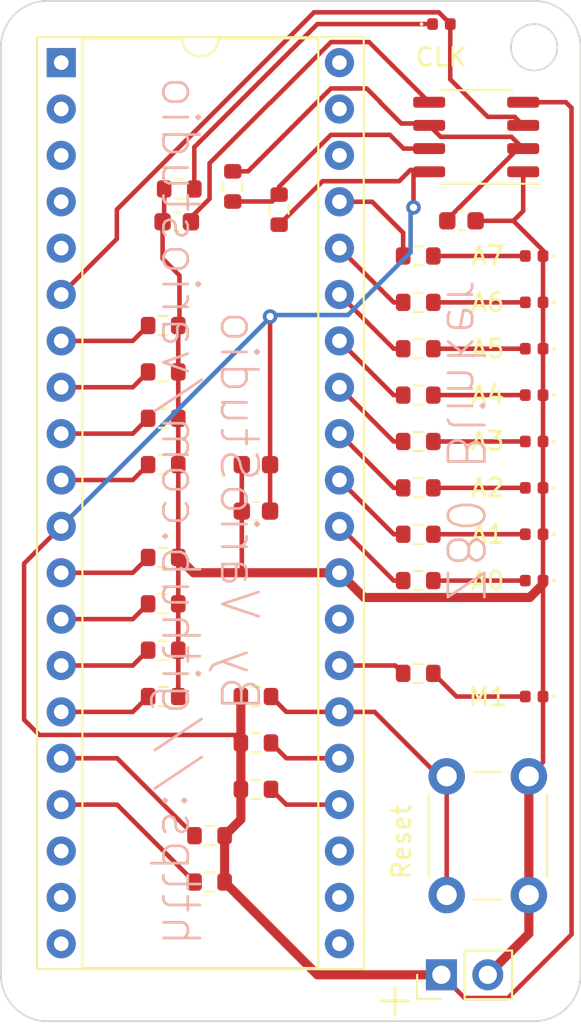
<source format=kicad_pcb>
(kicad_pcb (version 20211014) (generator pcbnew)
  (layers (0 "F.Cu" signal) (31 "B.Cu" signal) (34 "B.Paste" user) (35 "F.Paste" user) (36 "B.SilkS" user "B.Silkscreen") (37 "F.SilkS" user "F.Silkscreen") (38 "B.Mask" user) (39 "F.Mask" user) (44 "Edge.Cuts" user))
  (net 0 "")
  (net 1 "Net-(C1-Pad1)")
  (net 2 "Net-(D1-Pad2)")
  (net 3 "Net-(D3-Pad2)")
  (net 4 "Net-(D7-Pad2)")
  (net 5 "Net-(D2-Pad2)")
  (net 6 "Net-(D11-Pad2)")
  (net 7 "Net-(R1-Pad2)")
  (net 8 "Net-(D8-Pad2)")
  (net 9 "Net-(D4-Pad2)")
  (net 10 "Net-(R4-Pad1)")
  (net 11 "Net-(D5-Pad2)")
  (net 12 "Net-(R5-Pad1)")
  (net 13 "Net-(D6-Pad2)")
  (net 14 "Net-(R6-Pad1)")
  (net 15 "Net-(R7-Pad1)")
  (net 16 "Net-(C2-Pad1)")
  (net 17 "Net-(R3-Pad2)")
  (net 18 "Net-(R12-Pad2)")
  (net 19 "Net-(R13-Pad2)")
  (net 25 "Net-(R14-Pad2)")
  (net 26 "Net-(R15-Pad2)")
  (net 34 "Net-(R8-Pad1)")
  (net 38 "Net-(R16-Pad1)")
  (net 39 "Net-(R17-Pad1)")
  (net 40 "Net-(R18-Pad1)")
  (net 41 "Net-(R19-Pad1)")
  (net 42 "Net-(R20-Pad1)")
  (net 43 "Net-(R21-Pad1)")
  (net 44 "Net-(R22-Pad1)")
  (net 45 "Net-(R23-Pad1)")
  (net 46 "Net-(R9-Pad1)")
  (net 47 "Net-(R10-Pad1)")
  (net 48 "Net-(R11-Pad1)")
  (net 49 "Net-(R24-Pad1)")
  (net 50 "Net-(D10-Pad1)")
  (net 51 "Net-(D10-Pad2)")
  (net 52 "GND")
  (net 53 "VCC")
  (footprint "Resistor_SMD:R_0603_1608Metric" (layer "F.Cu") (at 123.19 63.5 -90)
    (fp_text reference "R1" hide)
    (fp_text value "47K" hide)
    (fp_line (start -0.237258 0.5225) (end 0.237258 0.5225) (layer "F.SilkS") (width 0.12))
    (fp_line (start -0.237258 -0.5225) (end 0.237258 -0.5225) (layer "F.SilkS") (width 0.12))
    (pad "1" smd roundrect (at -0.825 0 270) (size 0.8 0.95) (layers "F.Cu" "F.Paste" "F.Mask") (net 1 "Net-(C1-Pad1)"))
    (pad "2" smd roundrect (at 0.825 0 270) (size 0.8 0.95) (layers "F.Cu" "F.Paste" "F.Mask") (net 7 "Net-(R1-Pad2)"))
  )
  (footprint "Resistor_SMD:R_0603_1608Metric" (layer "F.Cu") (at 119.38 86.36)
    (fp_text reference "R16" hide)
    (fp_text value "1K" hide)
    (fp_line (start -0.237258 -0.5225) (end 0.237258 -0.5225) (layer "F.SilkS") (width 0.12))
    (fp_line (start -0.237258 0.5225) (end 0.237258 0.5225) (layer "F.SilkS") (width 0.12))
    (pad "1" smd roundrect (at -0.825 0) (size 0.8 0.95) (layers "F.Cu" "F.Paste" "F.Mask") (net 38 "Net-(R16-Pad1)"))
    (pad "2" smd roundrect (at 0.825 0) (size 0.8 0.95) (layers "F.Cu" "F.Paste" "F.Mask") (net 52 "GND"))
  )
  (footprint "Resistor_SMD:R_0603_1608Metric" (layer "F.Cu") (at 121.92 101.6 180)
    (fp_text reference "R12" hide)
    (fp_text value "1K" hide)
    (fp_line (start -0.237258 -0.5225) (end 0.237258 -0.5225) (layer "F.SilkS") (width 0.12))
    (fp_line (start -0.237258 0.5225) (end 0.237258 0.5225) (layer "F.SilkS") (width 0.12))
    (pad "1" smd roundrect (at -0.825 0 180) (size 0.8 0.95) (layers "F.Cu" "F.Paste" "F.Mask") (net 53 "VCC"))
    (pad "2" smd roundrect (at 0.825 0 180) (size 0.8 0.95) (layers "F.Cu" "F.Paste" "F.Mask") (net 18 "Net-(R12-Pad2)"))
  )
  (footprint "LED_SMD:LED_0402_1005Metric" (layer "F.Cu") (at 139.7 80.01 180)
    (fp_text reference "D2" hide)
    (fp_text value "LED" hide)
    (fp_circle (center -1.09 0) (end -1.04 0) (layer "F.SilkS") (width 0.1) (fill none))
    (pad "1" smd roundrect (at -0.485 0 180) (size 0.59 0.64) (layers "F.Cu" "F.Paste" "F.Mask") (net 52 "GND"))
    (pad "2" smd roundrect (at 0.485 0 180) (size 0.59 0.64) (layers "F.Cu" "F.Paste" "F.Mask") (net 5 "Net-(D2-Pad2)"))
  )
  (footprint "Resistor_SMD:R_0603_1608Metric" (layer "F.Cu") (at 119.38 76.2)
    (fp_text reference "R18" hide)
    (fp_text value "1K" hide)
    (fp_line (start -0.237258 0.5225) (end 0.237258 0.5225) (layer "F.SilkS") (width 0.12))
    (fp_line (start -0.237258 -0.5225) (end 0.237258 -0.5225) (layer "F.SilkS") (width 0.12))
    (pad "1" smd roundrect (at -0.825 0) (size 0.8 0.95) (layers "F.Cu" "F.Paste" "F.Mask") (net 40 "Net-(R18-Pad1)"))
    (pad "2" smd roundrect (at 0.825 0) (size 0.8 0.95) (layers "F.Cu" "F.Paste" "F.Mask") (net 52 "GND"))
  )
  (footprint "Button_Switch_THT:SW_PUSH_6mm" (layer "F.Cu") (at 139.41 95.81 -90)
    (fp_text reference "SW1" hide)
    (fp_text value "Reset" hide)
    (fp_line (start 5.5 -1) (end 1 -1) (layer "F.SilkS") (width 0.12))
    (fp_line (start -0.25 1.5) (end -0.25 3) (layer "F.SilkS") (width 0.12))
    (fp_line (start 6.75 3) (end 6.75 1.5) (layer "F.SilkS") (width 0.12))
    (fp_line (start 1 5.5) (end 5.5 5.5) (layer "F.SilkS") (width 0.12))
    (pad "1" thru_hole circle (at 6.5 0) (size 2 2) (drill 1.1) (layers *.Cu *.Mask) (net 52 "GND"))
    (pad "1" thru_hole circle (at 0 0) (size 2 2) (drill 1.1) (layers *.Cu *.Mask) (net 52 "GND"))
    (pad "2" thru_hole circle (at 6.5 4.5) (size 2 2) (drill 1.1) (layers *.Cu *.Mask) (net 17 "Net-(R3-Pad2)"))
    (pad "2" thru_hole circle (at 0 4.5) (size 2 2) (drill 1.1) (layers *.Cu *.Mask) (net 17 "Net-(R3-Pad2)"))
  )
  (footprint "LED_SMD:LED_0402_1005Metric" (layer "F.Cu") (at 139.7 72.39 180)
    (fp_text reference "D7" hide)
    (fp_text value "LED" hide)
    (fp_circle (center -1.09 0) (end -1.04 0) (layer "F.SilkS") (width 0.1) (fill none))
    (pad "1" smd roundrect (at -0.485 0 180) (size 0.59 0.64) (layers "F.Cu" "F.Paste" "F.Mask") (net 52 "GND"))
    (pad "2" smd roundrect (at 0.485 0 180) (size 0.59 0.64) (layers "F.Cu" "F.Paste" "F.Mask") (net 4 "Net-(D7-Pad2)"))
  )
  (footprint "Capacitor_SMD:C_0603_1608Metric" (layer "F.Cu") (at 124.46 78.74 180)
    (fp_text reference "C3" hide)
    (fp_text value "0.1uF" hide)
    (fp_line (start -0.14058 0.51) (end 0.14058 0.51) (layer "F.SilkS") (width 0.12))
    (fp_line (start -0.14058 -0.51) (end 0.14058 -0.51) (layer "F.SilkS") (width 0.12))
    (pad "1" smd roundrect (at -0.775 0 180) (size 0.9 0.95) (layers "F.Cu" "F.Paste" "F.Mask") (net 53 "VCC"))
    (pad "2" smd roundrect (at 0.775 0 180) (size 0.9 0.95) (layers "F.Cu" "F.Paste" "F.Mask") (net 52 "GND"))
  )
  (footprint "Resistor_SMD:R_0603_1608Metric" (layer "F.Cu") (at 133.35 85.09)
    (fp_text reference "R4" hide)
    (fp_text value "4.7K" hide)
    (fp_line (start -0.237258 0.5225) (end 0.237258 0.5225) (layer "F.SilkS") (width 0.12))
    (fp_line (start -0.237258 -0.5225) (end 0.237258 -0.5225) (layer "F.SilkS") (width 0.12))
    (pad "1" smd roundrect (at -0.825 0) (size 0.8 0.95) (layers "F.Cu" "F.Paste" "F.Mask") (net 10 "Net-(R4-Pad1)"))
    (pad "2" smd roundrect (at 0.825 0) (size 0.8 0.95) (layers "F.Cu" "F.Paste" "F.Mask") (net 2 "Net-(D1-Pad2)"))
  )
  (footprint "Resistor_SMD:R_0603_1608Metric" (layer "F.Cu") (at 119.38 78.74)
    (fp_text reference "R17" hide)
    (fp_text value "1K" hide)
    (fp_line (start -0.237258 -0.5225) (end 0.237258 -0.5225) (layer "F.SilkS") (width 0.12))
    (fp_line (start -0.237258 0.5225) (end 0.237258 0.5225) (layer "F.SilkS") (width 0.12))
    (pad "1" smd roundrect (at -0.825 0) (size 0.8 0.95) (layers "F.Cu" "F.Paste" "F.Mask") (net 39 "Net-(R17-Pad1)"))
    (pad "2" smd roundrect (at 0.825 0) (size 0.8 0.95) (layers "F.Cu" "F.Paste" "F.Mask") (net 52 "GND"))
  )
  (footprint "Connector_PinHeader_2.54mm:PinHeader_1x02_P2.54mm_Vertical" (layer "F.Cu") (at 134.62 106.68 90)
    (fp_text reference "J1" hide)
    (fp_text value "Conn_01x02_Male" hide)
    (fp_line (start 1.33 1.27) (end 1.33 3.87) (layer "F.SilkS") (width 0.12))
    (fp_line (start -1.33 3.87) (end 1.33 3.87) (layer "F.SilkS") (width 0.12))
    (fp_line (start -1.33 1.27) (end 1.33 1.27) (layer "F.SilkS") (width 0.12))
    (fp_line (start -1.33 1.27) (end -1.33 3.87) (layer "F.SilkS") (width 0.12))
    (fp_line (start -1.33 -1.33) (end 0 -1.33) (layer "F.SilkS") (width 0.12))
    (fp_line (start -1.33 0) (end -1.33 -1.33) (layer "F.SilkS") (width 0.12))
    (pad "1" thru_hole rect (at 0 0 90) (size 1.7 1.7) (drill 1) (layers *.Cu *.Mask) (net 53 "VCC"))
    (pad "2" thru_hole oval (at 0 2.54 90) (size 1.7 1.7) (drill 1) (layers *.Cu *.Mask) (net 52 "GND"))
  )
  (footprint "LED_SMD:LED_0402_1005Metric" (layer "F.Cu") (at 139.7 85.09 180)
    (fp_text reference "D1" hide)
    (fp_text value "LED" hide)
    (fp_circle (center -1.09 0) (end -1.04 0) (layer "F.SilkS") (width 0.1) (fill none))
    (pad "1" smd roundrect (at -0.485 0 180) (size 0.59 0.64) (layers "F.Cu" "F.Paste" "F.Mask") (net 52 "GND"))
    (pad "2" smd roundrect (at 0.485 0 180) (size 0.59 0.64) (layers "F.Cu" "F.Paste" "F.Mask") (net 2 "Net-(D1-Pad2)"))
  )
  (footprint "Resistor_SMD:R_0603_1608Metric" (layer "F.Cu") (at 133.35 69.85)
    (fp_text reference "R7" hide)
    (fp_text value "4.7K" hide)
    (fp_line (start -0.237258 -0.5225) (end 0.237258 -0.5225) (layer "F.SilkS") (width 0.12))
    (fp_line (start -0.237258 0.5225) (end 0.237258 0.5225) (layer "F.SilkS") (width 0.12))
    (pad "1" smd roundrect (at -0.825 0) (size 0.8 0.95) (layers "F.Cu" "F.Paste" "F.Mask") (net 15 "Net-(R7-Pad1)"))
    (pad "2" smd roundrect (at 0.825 0) (size 0.8 0.95) (layers "F.Cu" "F.Paste" "F.Mask") (net 9 "Net-(D4-Pad2)"))
  )
  (footprint "Resistor_SMD:R_0603_1608Metric" (layer "F.Cu") (at 133.35 80.01)
    (fp_text reference "R5" hide)
    (fp_text value "4.7K" hide)
    (fp_line (start -0.237258 0.5225) (end 0.237258 0.5225) (layer "F.SilkS") (width 0.12))
    (fp_line (start -0.237258 -0.5225) (end 0.237258 -0.5225) (layer "F.SilkS") (width 0.12))
    (pad "1" smd roundrect (at -0.825 0) (size 0.8 0.95) (layers "F.Cu" "F.Paste" "F.Mask") (net 12 "Net-(R5-Pad1)"))
    (pad "2" smd roundrect (at 0.825 0) (size 0.8 0.95) (layers "F.Cu" "F.Paste" "F.Mask") (net 5 "Net-(D2-Pad2)"))
  )
  (footprint "Resistor_SMD:R_0603_1608Metric" (layer "F.Cu") (at 133.35 82.55)
    (fp_text reference "R8" hide)
    (fp_text value "4.7K" hide)
    (fp_line (start -0.237258 0.5225) (end 0.237258 0.5225) (layer "F.SilkS") (width 0.12))
    (fp_line (start -0.237258 -0.5225) (end 0.237258 -0.5225) (layer "F.SilkS") (width 0.12))
    (pad "1" smd roundrect (at -0.825 0) (size 0.8 0.95) (layers "F.Cu" "F.Paste" "F.Mask") (net 34 "Net-(R8-Pad1)"))
    (pad "2" smd roundrect (at 0.825 0) (size 0.8 0.95) (layers "F.Cu" "F.Paste" "F.Mask") (net 11 "Net-(D5-Pad2)"))
  )
  (footprint "Resistor_SMD:R_0603_1608Metric" (layer "F.Cu") (at 124.46 96.52)
    (fp_text reference "R14" hide)
    (fp_text value "1K" hide)
    (fp_line (start -0.237258 0.5225) (end 0.237258 0.5225) (layer "F.SilkS") (width 0.12))
    (fp_line (start -0.237258 -0.5225) (end 0.237258 -0.5225) (layer "F.SilkS") (width 0.12))
    (pad "1" smd roundrect (at -0.825 0) (size 0.8 0.95) (layers "F.Cu" "F.Paste" "F.Mask") (net 53 "VCC"))
    (pad "2" smd roundrect (at 0.825 0) (size 0.8 0.95) (layers "F.Cu" "F.Paste" "F.Mask") (net 25 "Net-(R14-Pad2)"))
  )
  (footprint "Resistor_SMD:R_0603_1608Metric" (layer "F.Cu") (at 120.258411 63.639116 180)
    (fp_text reference "R25" hide)
    (fp_text value "4.7K" hide)
    (fp_line (start -0.237258 0.5225) (end 0.237258 0.5225) (layer "F.SilkS") (width 0.12))
    (fp_line (start -0.237258 -0.5225) (end 0.237258 -0.5225) (layer "F.SilkS") (width 0.12))
    (pad "1" smd roundrect (at -0.825 0 180) (size 0.8 0.95) (layers "F.Cu" "F.Paste" "F.Mask") (net 50 "Net-(D10-Pad1)"))
    (pad "2" smd roundrect (at 0.825 0 180) (size 0.8 0.95) (layers "F.Cu" "F.Paste" "F.Mask") (net 52 "GND"))
  )
  (footprint "Resistor_SMD:R_0603_1608Metric" (layer "F.Cu") (at 119.38 83.82)
    (fp_text reference "R21" hide)
    (fp_text value "1K" hide)
    (fp_line (start -0.237258 -0.5225) (end 0.237258 -0.5225) (layer "F.SilkS") (width 0.12))
    (fp_line (start -0.237258 0.5225) (end 0.237258 0.5225) (layer "F.SilkS") (width 0.12))
    (pad "1" smd roundrect (at -0.825 0) (size 0.8 0.95) (layers "F.Cu" "F.Paste" "F.Mask") (net 43 "Net-(R21-Pad1)"))
    (pad "2" smd roundrect (at 0.825 0) (size 0.8 0.95) (layers "F.Cu" "F.Paste" "F.Mask") (net 52 "GND"))
  )
  (footprint "LED_SMD:LED_0402_1005Metric" (layer "F.Cu") (at 139.7 82.55 180)
    (fp_text reference "D5" hide)
    (fp_text value "LED" hide)
    (fp_circle (center -1.09 0) (end -1.04 0) (layer "F.SilkS") (width 0.1) (fill none))
    (pad "1" smd roundrect (at -0.485 0 180) (size 0.59 0.64) (layers "F.Cu" "F.Paste" "F.Mask") (net 52 "GND"))
    (pad "2" smd roundrect (at 0.485 0 180) (size 0.59 0.64) (layers "F.Cu" "F.Paste" "F.Mask") (net 11 "Net-(D5-Pad2)"))
  )
  (footprint "LED_SMD:LED_0402_1005Metric" (layer "F.Cu") (at 139.7 74.93 180)
    (fp_text reference "D3" hide)
    (fp_text value "LED" hide)
    (fp_circle (center -1.09 0) (end -1.04 0) (layer "F.SilkS") (width 0.1) (fill none))
    (pad "1" smd roundrect (at -0.485 0 180) (size 0.59 0.64) (layers "F.Cu" "F.Paste" "F.Mask") (net 52 "GND"))
    (pad "2" smd roundrect (at 0.485 0 180) (size 0.59 0.64) (layers "F.Cu" "F.Paste" "F.Mask") (net 3 "Net-(D3-Pad2)"))
  )
  (footprint "Capacitor_SMD:C_0603_1608Metric" (layer "F.Cu") (at 124.46 81.28 180)
    (fp_text reference "C5" hide)
    (fp_text value "10nF" hide)
    (fp_line (start -0.14058 0.51) (end 0.14058 0.51) (layer "F.SilkS") (width 0.12))
    (fp_line (start -0.14058 -0.51) (end 0.14058 -0.51) (layer "F.SilkS") (width 0.12))
    (pad "1" smd roundrect (at -0.775 0 180) (size 0.9 0.95) (layers "F.Cu" "F.Paste" "F.Mask") (net 53 "VCC"))
    (pad "2" smd roundrect (at 0.775 0 180) (size 0.9 0.95) (layers "F.Cu" "F.Paste" "F.Mask") (net 52 "GND"))
  )
  (footprint "Capacitor_SMD:C_0603_1608Metric" (layer "F.Cu") (at 135.717149 65.383883)
    (fp_text reference "C1" hide)
    (fp_text value "4.7uF" hide)
    (fp_line (start -0.14058 0.51) (end 0.14058 0.51) (layer "F.SilkS") (width 0.12))
    (fp_line (start -0.14058 -0.51) (end 0.14058 -0.51) (layer "F.SilkS") (width 0.12))
    (pad "1" smd roundrect (at -0.775 0) (size 0.9 0.95) (layers "F.Cu" "F.Paste" "F.Mask") (net 1 "Net-(C1-Pad1)"))
    (pad "2" smd roundrect (at 0.775 0) (size 0.9 0.95) (layers "F.Cu" "F.Paste" "F.Mask") (net 52 "GND"))
  )
  (footprint "LED_SMD:LED_0402_1005Metric" (layer "F.Cu") (at 139.7 77.47 180)
    (fp_text reference "D6" hide)
    (fp_text value "LED" hide)
    (fp_circle (center -1.09 0) (end -1.04 0) (layer "F.SilkS") (width 0.1) (fill none))
    (pad "1" smd roundrect (at -0.485 0 180) (size 0.59 0.64) (layers "F.Cu" "F.Paste" "F.Mask") (net 52 "GND"))
    (pad "2" smd roundrect (at 0.485 0 180) (size 0.59 0.64) (layers "F.Cu" "F.Paste" "F.Mask") (net 13 "Net-(D6-Pad2)"))
  )
  (footprint "Resistor_SMD:R_0603_1608Metric" (layer "F.Cu") (at 124.46 91.44)
    (fp_text reference "R3" hide)
    (fp_text value "1K" hide)
    (fp_line (start -0.237258 -0.5225) (end 0.237258 -0.5225) (layer "F.SilkS") (width 0.12))
    (fp_line (start -0.237258 0.5225) (end 0.237258 0.5225) (layer "F.SilkS") (width 0.12))
    (pad "1" smd roundrect (at -0.825 0) (size 0.8 0.95) (layers "F.Cu" "F.Paste" "F.Mask") (net 53 "VCC"))
    (pad "2" smd roundrect (at 0.825 0) (size 0.8 0.95) (layers "F.Cu" "F.Paste" "F.Mask") (net 17 "Net-(R3-Pad2)"))
  )
  (footprint "Package_DIP:DIP-40_W15.24mm_Socket" (layer "F.Cu") (at 113.794759 56.72)
    (fp_text reference "U2" hide)
    (fp_text value "Z80CPU")
    (fp_line (start -1.33 -1.39) (end -1.33 49.65) (layer "F.SilkS") (width 0.12))
    (fp_line (start -1.33 49.65) (end 16.57 49.65) (layer "F.SilkS") (width 0.12))
    (fp_line (start 14.08 -1.33) (end 8.62 -1.33) (layer "F.SilkS") (width 0.12))
    (fp_line (start 16.57 -1.39) (end -1.33 -1.39) (layer "F.SilkS") (width 0.12))
    (fp_line (start 6.62 -1.33) (end 1.16 -1.33) (layer "F.SilkS") (width 0.12))
    (fp_line (start 14.08 49.59) (end 14.08 -1.33) (layer "F.SilkS") (width 0.12))
    (fp_line (start 16.57 49.65) (end 16.57 -1.39) (layer "F.SilkS") (width 0.12))
    (fp_line (start 1.16 -1.33) (end 1.16 49.59) (layer "F.SilkS") (width 0.12))
    (fp_line (start 1.16 49.59) (end 14.08 49.59) (layer "F.SilkS") (width 0.12))
    (fp_arc (start 8.62 -1.33) (mid 7.62 -0.33) (end 6.62 -1.33) (layer "F.SilkS") (width 0.12))
    (pad "1" thru_hole rect (at 0 0) (size 1.6 1.6) (drill 0.8) (layers *.Cu *.Mask))
    (pad "2" thru_hole oval (at 0 2.54) (size 1.6 1.6) (drill 0.8) (layers *.Cu *.Mask))
    (pad "3" thru_hole oval (at 0 5.08) (size 1.6 1.6) (drill 0.8) (layers *.Cu *.Mask))
    (pad "4" thru_hole oval (at 0 7.62) (size 1.6 1.6) (drill 0.8) (layers *.Cu *.Mask))
    (pad "5" thru_hole oval (at 0 10.16) (size 1.6 1.6) (drill 0.8) (layers *.Cu *.Mask))
    (pad "6" thru_hole oval (at 0 12.7) (size 1.6 1.6) (drill 0.8) (layers *.Cu *.Mask) (net 51 "Net-(D10-Pad2)"))
    (pad "7" thru_hole oval (at 0 15.24) (size 1.6 1.6) (drill 0.8) (layers *.Cu *.Mask) (net 41 "Net-(R19-Pad1)"))
    (pad "8" thru_hole oval (at 0 17.78) (size 1.6 1.6) (drill 0.8) (layers *.Cu *.Mask) (net 42 "Net-(R20-Pad1)"))
    (pad "9" thru_hole oval (at 0 20.32) (size 1.6 1.6) (drill 0.8) (layers *.Cu *.Mask) (net 40 "Net-(R18-Pad1)"))
    (pad "10" thru_hole oval (at 0 22.86) (size 1.6 1.6) (drill 0.8) (layers *.Cu *.Mask) (net 39 "Net-(R17-Pad1)"))
    (pad "11" thru_hole oval (at 0 25.4) (size 1.6 1.6) (drill 0.8) (layers *.Cu *.Mask) (net 53 "VCC"))
    (pad "12" thru_hole oval (at 0 27.94) (size 1.6 1.6) (drill 0.8) (layers *.Cu *.Mask) (net 43 "Net-(R21-Pad1)"))
    (pad "13" thru_hole oval (at 0 30.48) (size 1.6 1.6) (drill 0.8) (layers *.Cu *.Mask) (net 38 "Net-(R16-Pad1)"))
    (pad "14" thru_hole oval (at 0 33.02) (size 1.6 1.6) (drill 0.8) (layers *.Cu *.Mask) (net 45 "Net-(R23-Pad1)"))
    (pad "15" thru_hole oval (at 0 35.56) (size 1.6 1.6) (drill 0.8) (layers *.Cu *.Mask) (net 44 "Net-(R22-Pad1)"))
    (pad "16" thru_hole oval (at 0 38.1) (size 1.6 1.6) (drill 0.8) (layers *.Cu *.Mask) (net 19 "Net-(R13-Pad2)"))
    (pad "17" thru_hole oval (at 0 40.64) (size 1.6 1.6) (drill 0.8) (layers *.Cu *.Mask) (net 18 "Net-(R12-Pad2)"))
    (pad "18" thru_hole oval (at 0 43.18) (size 1.6 1.6) (drill 0.8) (layers *.Cu *.Mask))
    (pad "19" thru_hole oval (at 0 45.72) (size 1.6 1.6) (drill 0.8) (layers *.Cu *.Mask))
    (pad "20" thru_hole oval (at 0 48.26) (size 1.6 1.6) (drill 0.8) (layers *.Cu *.Mask))
    (pad "21" thru_hole oval (at 15.24 48.26) (size 1.6 1.6) (drill 0.8) (layers *.Cu *.Mask))
    (pad "22" thru_hole oval (at 15.24 45.72) (size 1.6 1.6) (drill 0.8) (layers *.Cu *.Mask))
    (pad "23" thru_hole oval (at 15.24 43.18) (size 1.6 1.6) (drill 0.8) (layers *.Cu *.Mask))
    (pad "24" thru_hole oval (at 15.24 40.64) (size 1.6 1.6) (drill 0.8) (layers *.Cu *.Mask) (net 25 "Net-(R14-Pad2)"))
    (pad "25" thru_hole oval (at 15.24 38.1) (size 1.6 1.6) (drill 0.8) (layers *.Cu *.Mask) (net 26 "Net-(R15-Pad2)"))
    (pad "26" thru_hole oval (at 15.24 35.56) (size 1.6 1.6) (drill 0.8) (layers *.Cu *.Mask) (net 17 "Net-(R3-Pad2)"))
    (pad "27" thru_hole oval (at 15.24 33.02) (size 1.6 1.6) (drill 0.8) (layers *.Cu *.Mask) (net 48 "Net-(R11-Pad1)"))
    (pad "28" thru_hole oval (at 15.24 30.48) (size 1.6 1.6) (drill 0.8) (layers *.Cu *.Mask))
    (pad "29" thru_hole oval (at 15.24 27.94) (size 1.6 1.6) (drill 0.8) (layers *.Cu *.Mask) (net 52 "GND"))
    (pad "30" thru_hole oval (at 15.24 25.4) (size 1.6 1.6) (drill 0.8) (layers *.Cu *.Mask) (net 10 "Net-(R4-Pad1)"))
    (pad "31" thru_hole oval (at 15.24 22.86) (size 1.6 1.6) (drill 0.8) (layers *.Cu *.Mask) (net 34 "Net-(R8-Pad1)"))
    (pad "32" thru_hole oval (at 15.24 20.32) (size 1.6 1.6) (drill 0.8) (layers *.Cu *.Mask) (net 12 "Net-(R5-Pad1)"))
    (pad "33" thru_hole oval (at 15.24 17.78) (size 1.6 1.6) (drill 0.8) (layers *.Cu *.Mask) (net 46 "Net-(R9-Pad1)"))
    (pad "34" thru_hole oval (at 15.24 15.24) (size 1.6 1.6) (drill 0.8) (layers *.Cu *.Mask) (net 14 "Net-(R6-Pad1)"))
    (pad "35" thru_hole oval (at 15.24 12.7) (size 1.6 1.6) (drill 0.8) (layers *.Cu *.Mask) (net 47 "Net-(R10-Pad1)"))
    (pad "36" thru_hole oval (at 15.24 10.16) (size 1.6 1.6) (drill 0.8) (layers *.Cu *.Mask) (net 15 "Net-(R7-Pad1)"))
    (pad "37" thru_hole oval (at 15.24 7.62) (size 1.6 1.6) (drill 0.8) (layers *.Cu *.Mask) (net 49 "Net-(R24-Pad1)"))
    (pad "38" thru_hole oval (at 15.24 5.08) (size 1.6 1.6) (drill 0.8) (layers *.Cu *.Mask))
    (pad "39" thru_hole oval (at 15.24 2.54) (size 1.6 1.6) (drill 0.8) (layers *.Cu *.Mask))
    (pad "40" thru_hole oval (at 15.24 0) (size 1.6 1.6) (drill 0.8) (layers *.Cu *.Mask))
  )
  (footprint "Resistor_SMD:R_0603_1608Metric" (layer "F.Cu") (at 133.35 67.31)
    (fp_text reference "R24" hide)
    (fp_text value "4.7K" hide)
    (fp_line (start -0.237258 -0.5225) (end 0.237258 -0.5225) (layer "F.SilkS") (width 0.12))
    (fp_line (start -0.237258 0.5225) (end 0.237258 0.5225) (layer "F.SilkS") (width 0.12))
    (pad "1" smd roundrect (at -0.825 0) (size 0.8 0.95) (layers "F.Cu" "F.Paste" "F.Mask") (net 49 "Net-(R24-Pad1)"))
    (pad "2" smd roundrect (at 0.825 0) (size 0.8 0.95) (layers "F.Cu" "F.Paste" "F.Mask") (net 8 "Net-(D8-Pad2)"))
  )
  (footprint "LED_SMD:LED_0402_1005Metric" (layer "F.Cu") (at 139.7 91.44 180)
    (fp_text reference "D11" hide)
    (fp_text value "LED" hide)
    (fp_circle (center -1.09 0) (end -1.04 0) (layer "F.SilkS") (width 0.1) (fill none))
    (pad "1" smd roundrect (at -0.485 0 180) (size 0.59 0.64) (layers "F.Cu" "F.Paste" "F.Mask") (net 52 "GND"))
    (pad "2" smd roundrect (at 0.485 0 180) (size 0.59 0.64) (layers "F.Cu" "F.Paste" "F.Mask") (net 6 "Net-(D11-Pad2)"))
  )
  (footprint "LED_SMD:LED_0402_1005Metric" (layer "F.Cu") (at 139.7 67.31 180)
    (fp_text reference "D8" hide)
    (fp_text value "LED" hide)
    (fp_circle (center -1.09 0) (end -1.04 0) (layer "F.SilkS") (width 0.1) (fill none))
    (pad "1" smd roundrect (at -0.485 0 180) (size 0.59 0.64) (layers "F.Cu" "F.Paste" "F.Mask") (net 52 "GND"))
    (pad "2" smd roundrect (at 0.485 0 180) (size 0.59 0.64) (layers "F.Cu" "F.Paste" "F.Mask") (net 8 "Net-(D8-Pad2)"))
  )
  (footprint "LED_SMD:LED_0402_1005Metric" (layer "F.Cu") (at 134.62 54.61)
    (fp_text reference "D10" hide)
    (fp_text value "LED" hide)
    (fp_circle (center -1.09 0) (end -1.04 0) (layer "F.SilkS") (width 0.1) (fill none))
    (pad "1" smd roundrect (at -0.485 0) (size 0.59 0.64) (layers "F.Cu" "F.Paste" "F.Mask") (net 50 "Net-(D10-Pad1)"))
    (pad "2" smd roundrect (at 0.485 0) (size 0.59 0.64) (layers "F.Cu" "F.Paste" "F.Mask") (net 51 "Net-(D10-Pad2)"))
  )
  (footprint "Resistor_SMD:R_0603_1608Metric" (layer "F.Cu") (at 124.46 93.98)
    (fp_text reference "R15" hide)
    (fp_text value "1K" hide)
    (fp_line (start -0.237258 -0.5225) (end 0.237258 -0.5225) (layer "F.SilkS") (width 0.12))
    (fp_line (start -0.237258 0.5225) (end 0.237258 0.5225) (layer "F.SilkS") (width 0.12))
    (pad "1" smd roundrect (at -0.825 0) (size 0.8 0.95) (layers "F.Cu" "F.Paste" "F.Mask") (net 53 "VCC"))
    (pad "2" smd roundrect (at 0.825 0) (size 0.8 0.95) (layers "F.Cu" "F.Paste" "F.Mask") (net 26 "Net-(R15-Pad2)"))
  )
  (footprint "Resistor_SMD:R_0603_1608Metric" (layer "F.Cu") (at 121.92 99.06 180)
    (fp_text reference "R13" hide)
    (fp_text value "1K" hide)
    (fp_line (start -0.237258 -0.5225) (end 0.237258 -0.5225) (layer "F.SilkS") (width 0.12))
    (fp_line (start -0.237258 0.5225) (end 0.237258 0.5225) (layer "F.SilkS") (width 0.12))
    (pad "1" smd roundrect (at -0.825 0 180) (size 0.8 0.95) (layers "F.Cu" "F.Paste" "F.Mask") (net 53 "VCC"))
    (pad "2" smd roundrect (at 0.825 0 180) (size 0.8 0.95) (layers "F.Cu" "F.Paste" "F.Mask") (net 19 "Net-(R13-Pad2)"))
  )
  (footprint "Resistor_SMD:R_0603_1608Metric" (layer "F.Cu") (at 133.35 72.39)
    (fp_text reference "R10" hide)
    (fp_text value "4.7K" hide)
    (fp_line (start -0.237258 -0.5225) (end 0.237258 -0.5225) (layer "F.SilkS") (width 0.12))
    (fp_line (start -0.237258 0.5225) (end 0.237258 0.5225) (layer "F.SilkS") (width 0.12))
    (pad "1" smd roundrect (at -0.825 0) (size 0.8 0.95) (layers "F.Cu" "F.Paste" "F.Mask") (net 47 "Net-(R10-Pad1)"))
    (pad "2" smd roundrect (at 0.825 0) (size 0.8 0.95) (layers "F.Cu" "F.Paste" "F.Mask") (net 4 "Net-(D7-Pad2)"))
  )
  (footprint "Resistor_SMD:R_0603_1608Metric" (layer "F.Cu") (at 125.73 64.77 -90)
    (fp_text reference "R2" hide)
    (fp_text value "47K" hide)
    (fp_line (start -0.237258 0.5225) (end 0.237258 0.5225) (layer "F.SilkS") (width 0.12))
    (fp_line (start -0.237258 -0.5225) (end 0.237258 -0.5225) (layer "F.SilkS") (width 0.12))
    (pad "1" smd roundrect (at -0.825 0 270) (size 0.8 0.95) (layers "F.Cu" "F.Paste" "F.Mask") (net 7 "Net-(R1-Pad2)"))
    (pad "2" smd roundrect (at 0.825 0 270) (size 0.8 0.95) (layers "F.Cu" "F.Paste" "F.Mask") (net 53 "VCC"))
  )
  (footprint "Resistor_SMD:R_0603_1608Metric" (layer "F.Cu") (at 133.35 74.93)
    (fp_text reference "R6" hide)
    (fp_text value "4.7K" hide)
    (fp_line (start -0.237258 0.5225) (end 0.237258 0.5225) (layer "F.SilkS") (width 0.12))
    (fp_line (start -0.237258 -0.5225) (end 0.237258 -0.5225) (layer "F.SilkS") (width 0.12))
    (pad "1" smd roundrect (at -0.825 0) (size 0.8 0.95) (layers "F.Cu" "F.Paste" "F.Mask") (net 14 "Net-(R6-Pad1)"))
    (pad "2" smd roundrect (at 0.825 0) (size 0.8 0.95) (layers "F.Cu" "F.Paste" "F.Mask") (net 3 "Net-(D3-Pad2)"))
  )
  (footprint "Resistor_SMD:R_0603_1608Metric" (layer "F.Cu") (at 119.38 71.12)
    (fp_text reference "R19" hide)
    (fp_text value "1K" hide)
    (fp_line (start -0.237258 -0.5225) (end 0.237258 -0.5225) (layer "F.SilkS") (width 0.12))
    (fp_line (start -0.237258 0.5225) (end 0.237258 0.5225) (layer "F.SilkS") (width 0.12))
    (pad "1" smd roundrect (at -0.825 0) (size 0.8 0.95) (layers "F.Cu" "F.Paste" "F.Mask") (net 41 "Net-(R19-Pad1)"))
    (pad "2" smd roundrect (at 0.825 0) (size 0.8 0.95) (layers "F.Cu" "F.Paste" "F.Mask") (net 52 "GND"))
  )
  (footprint "Resistor_SMD:R_0603_1608Metric" (layer "F.Cu") (at 119.38 73.66)
    (fp_text reference "R20" hide)
    (fp_text value "1K" hide)
    (fp_line (start -0.237258 -0.5225) (end 0.237258 -0.5225) (layer "F.SilkS") (width 0.12))
    (fp_line (start -0.237258 0.5225) (end 0.237258 0.5225) (layer "F.SilkS") (width 0.12))
    (pad "1" smd roundrect (at -0.825 0) (size 0.8 0.95) (layers "F.Cu" "F.Paste" "F.Mask") (net 42 "Net-(R20-Pad1)"))
    (pad "2" smd roundrect (at 0.825 0) (size 0.8 0.95) (layers "F.Cu" "F.Paste" "F.Mask") (net 52 "GND"))
  )
  (footprint "Capacitor_SMD:C_0603_1608Metric" (layer "F.Cu") (at 120.121957 65.437159 180)
    (fp_text reference "C2" hide)
    (fp_text value "100nF" hide)
    (fp_line (start -0.14058 0.51) (end 0.14058 0.51) (layer "F.SilkS") (width 0.12))
    (fp_line (start -0.14058 -0.51) (end 0.14058 -0.51) (layer "F.SilkS") (width 0.12))
    (pad "1" smd roundrect (at -0.775 0 180) (size 0.9 0.95) (layers "F.Cu" "F.Paste" "F.Mask") (net 16 "Net-(C2-Pad1)"))
    (pad "2" smd roundrect (at 0.775 0 180) (size 0.9 0.95) (layers "F.Cu" "F.Paste" "F.Mask") (net 52 "GND"))
  )
  (footprint "LED_SMD:LED_0402_1005Metric" (layer "F.Cu") (at 139.7 69.85 180)
    (fp_text reference "D4" hide)
    (fp_text value "LED" hide)
    (fp_circle (center -1.09 0) (end -1.04 0) (layer "F.SilkS") (width 0.1) (fill none))
    (pad "1" smd roundrect (at -0.485 0 180) (size 0.59 0.64) (layers "F.Cu" "F.Paste" "F.Mask") (net 52 "GND"))
    (pad "2" smd roundrect (at 0.485 0 180) (size 0.59 0.64) (layers "F.Cu" "F.Paste" "F.Mask") (net 9 "Net-(D4-Pad2)"))
  )
  (footprint "Resistor_SMD:R_0603_1608Metric" (layer "F.Cu") (at 133.35 90.17)
    (fp_text reference "R11" hide)
    (fp_text value "4.7K" hide)
    (fp_line (start -0.237258 0.5225) (end 0.237258 0.5225) (layer "F.SilkS") (width 0.12))
    (fp_line (start -0.237258 -0.5225) (end 0.237258 -0.5225) (layer "F.SilkS") (width 0.12))
    (pad "1" smd roundrect (at -0.825 0) (size 0.8 0.95) (layers "F.Cu" "F.Paste" "F.Mask") (net 48 "Net-(R11-Pad1)"))
    (pad "2" smd roundrect (at 0.825 0) (size 0.8 0.95) (layers "F.Cu" "F.Paste" "F.Mask") (net 6 "Net-(D11-Pad2)"))
  )
  (footprint "Resistor_SMD:R_0603_1608Metric" (layer "F.Cu") (at 119.38 88.9)
    (fp_text reference "R23" hide)
    (fp_text value "1k" hide)
    (fp_line (start -0.237258 -0.5225) (end 0.237258 -0.5225) (layer "F.SilkS") (width 0.12))
    (fp_line (start -0.237258 0.5225) (end 0.237258 0.5225) (layer "F.SilkS") (width 0.12))
    (pad "1" smd roundrect (at -0.825 0) (size 0.8 0.95) (layers "F.Cu" "F.Paste" "F.Mask") (net 45 "Net-(R23-Pad1)"))
    (pad "2" smd roundrect (at 0.825 0) (size 0.8 0.95) (layers "F.Cu" "F.Paste" "F.Mask") (net 52 "GND"))
  )
  (footprint "Resistor_SMD:R_0603_1608Metric" (layer "F.Cu") (at 119.38 91.44)
    (fp_text reference "R22" hide)
    (fp_text value "1K" hide)
    (fp_line (start -0.237258 0.5225) (end 0.237258 0.5225) (layer "F.SilkS") (width 0.12))
    (fp_line (start -0.237258 -0.5225) (end 0.237258 -0.5225) (layer "F.SilkS") (width 0.12))
    (pad "1" smd roundrect (at -0.825 0) (size 0.8 0.95) (layers "F.Cu" "F.Paste" "F.Mask") (net 44 "Net-(R22-Pad1)"))
    (pad "2" smd roundrect (at 0.825 0) (size 0.8 0.95) (layers "F.Cu" "F.Paste" "F.Mask") (net 52 "GND"))
  )
  (footprint "Resistor_SMD:R_0603_1608Metric" (layer "F.Cu") (at 133.35 77.47)
    (fp_text reference "R9" hide)
    (fp_text value "4.7K" hide)
    (fp_line (start -0.237258 0.5225) (end 0.237258 0.5225) (layer "F.SilkS") (width 0.12))
    (fp_line (start -0.237258 -0.5225) (end 0.237258 -0.5225) (layer "F.SilkS") (width 0.12))
    (pad "1" smd roundrect (at -0.825 0) (size 0.8 0.95) (layers "F.Cu" "F.Paste" "F.Mask") (net 46 "Net-(R9-Pad1)"))
    (pad "2" smd roundrect (at 0.825 0) (size 0.8 0.95) (layers "F.Cu" "F.Paste" "F.Mask") (net 13 "Net-(D6-Pad2)"))
  )
  (footprint "Package_SO:SO-8_3.9x4.9mm_P1.27mm" (layer "F.Cu") (at 136.524702 60.79341 180)
    (fp_text reference "U1" hide)
    (fp_text value "NE555S-13" hide)
    (fp_line (start 0 2.56) (end 1.95 2.56) (layer "F.SilkS") (width 0.12))
    (fp_line (start 0 -2.56) (end 1.95 -2.56) (layer "F.SilkS") (width 0.12))
    (fp_line (start 0 -2.56) (end -3.45 -2.56) (layer "F.SilkS") (width 0.12))
    (fp_line (start 0 2.56) (end -1.95 2.56) (layer "F.SilkS") (width 0.12))
    (pad "1" smd roundrect (at -2.575 -1.905 180) (size 1.75 0.6) (layers "F.Cu" "F.Paste" "F.Mask") (net 52 "GND"))
    (pad "2" smd roundrect (at -2.575 -0.635 180) (size 1.75 0.6) (layers "F.Cu" "F.Paste" "F.Mask") (net 1 "Net-(C1-Pad1)"))
    (pad "3" smd roundrect (at -2.575 0.635 180) (size 1.75 0.6) (layers "F.Cu" "F.Paste" "F.Mask") (net 51 "Net-(D10-Pad2)"))
    (pad "4" smd roundrect (at -2.575 1.905 180) (size 1.75 0.6) (layers "F.Cu" "F.Paste" "F.Mask") (net 53 "VCC"))
    (pad "5" smd roundrect (at 2.575 1.905 180) (size 1.75 0.6) (layers "F.Cu" "F.Paste" "F.Mask") (net 16 "Net-(C2-Pad1)"))
    (pad "6" smd roundrect (at 2.575 0.635 180) (size 1.75 0.6) (layers "F.Cu" "F.Paste" "F.Mask") (net 1 "Net-(C1-Pad1)"))
    (pad "7" smd roundrect (at 2.575 -0.635 180) (size 1.75 0.6) (layers "F.Cu" "F.Paste" "F.Mask") (net 7 "Net-(R1-Pad2)"))
    (pad "8" smd roundrect (at 2.575 -1.905 180) (size 1.75 0.6) (layers "F.Cu" "F.Paste" "F.Mask") (net 53 "VCC"))
  )
  (gr_arc (start 113.03 109.22) (mid 111.233949 108.476051) (end 110.49 106.68) (layer "Edge.Cuts") (width 0.1))
  (gr_line (start 113.03 53.34) (end 139.7 53.34) (layer "Edge.Cuts") (width 0.1))
  (gr_arc (start 110.49 55.88) (mid 111.233949 54.083949) (end 113.03 53.34) (layer "Edge.Cuts") (width 0.1))
  (gr_arc (start 142.24 106.68) (mid 141.496051 108.476051) (end 139.7 109.22) (layer "Edge.Cuts") (width 0.1))
  (gr_arc (start 139.7 53.34) (mid 141.496051 54.083949) (end 142.24 55.88) (layer "Edge.Cuts") (width 0.1))
  (gr_line (start 142.24 106.68) (end 142.24 55.88) (layer "Edge.Cuts") (width 0.1))
  (gr_circle (center 139.7 55.88) (end 140.97 55.88) (layer "Edge.Cuts") (width 0.1) (fill none))
  (gr_line (start 113.03 109.22) (end 139.7 109.22) (layer "Edge.Cuts") (width 0.1))
  (gr_line (start 110.49 106.68) (end 110.49 55.88) (layer "Edge.Cuts") (width 0.1))
  (gr_text "Z80 Blinker" (at 135.89 77.47 270) (layer "B.SilkS") (effects (font (size 2 2)) (justify mirror)))
  (gr_text "By VarioStudio\nhttps://github.com/variostudio" (at 121.92 81.28 270) (layer "B.SilkS") (effects (font (size 2 2)) (justify mirror)))
  (gr_text "A2" (at 137.147205 80.007164) (layer "F.SilkS") (effects (font (size 1 1))))
  (gr_text "A1" (at 137.16 82.55) (layer "F.SilkS") (effects (font (size 1 1))))
  (gr_text "M1" (at 137.16 91.44) (layer "F.SilkS") (effects (font (size 1 1))))
  (gr_text "CLK" (at 134.604369 56.423673) (layer "F.SilkS") (effects (font (size 1 1))))
  (gr_text "A6" (at 137.16 69.85) (layer "F.SilkS") (effects (font (size 1 1))))
  (gr_text "A0" (at 137.16 85.09) (layer "F.SilkS") (effects (font (size 1 1))))
  (gr_text "A4" (at 137.159999 74.919349) (layer "F.SilkS") (effects (font (size 1 1))))
  (gr_text "+" (at 132.08 107.95) (layer "F.SilkS") (effects (font (size 2 2))))
  (gr_text "Reset" (at 132.429174 99.401444 90) (layer "F.SilkS") (effects (font (size 1 1))))
  (gr_text "A3" (at 137.159999 77.454369) (layer "F.SilkS") (effects (font (size 1 1))))
  (gr_text "A5" (at 137.16 72.39) (layer "F.SilkS") (effects (font (size 1 1))))
  (gr_text "A7" (at 137.159999 67.294024) (layer "F.SilkS") (effects (font (size 1 1))))
  (segment (start 132.420341 60.052953) (end 131.265967 58.898579) (width 0.25) (layer "F.Cu") (net 1))
  (segment (start 134.942149 65.383883) (end 134.942149 65.309212) (width 0.25) (layer "F.Cu") (net 1))
  (segment (start 133.844245 60.052953) (end 133.949702 60.15841) (width 0.25) (layer "F.Cu") (net 1))
  (segment (start 131.265967 58.875967) (end 131.265967 58.898579) (width 0.25) (layer "F.Cu") (net 1))
  (segment (start 124.028768 62.675) (end 128.568768 58.135) (width 0.25) (layer "F.Cu") (net 1))
  (segment (start 138.822951 61.42841) (end 139.099702 61.42841) (width 0.25) (layer "F.Cu") (net 1))
  (segment (start 130.525 58.135) (end 131.265967 58.875967) (width 0.25) (layer "F.Cu") (net 1))
  (segment (start 134.942149 65.309212) (end 138.822951 61.42841) (width 0.25) (layer "F.Cu") (net 1))
  (segment (start 133.949702 60.15841) (end 134.574702 60.78341) (width 0.25) (layer "F.Cu") (net 1))
  (segment (start 123.19 62.675) (end 124.028768 62.675) (width 0.25) (layer "F.Cu") (net 1))
  (segment (start 128.568768 58.135) (end 130.525 58.135) (width 0.25) (layer "F.Cu") (net 1))
  (segment (start 132.420341 60.052953) (end 133.844245 60.052953) (width 0.25) (layer "F.Cu") (net 1))
  (segment (start 138.454702 60.78341) (end 139.099702 61.42841) (width 0.25) (layer "F.Cu") (net 1))
  (segment (start 134.574702 60.78341) (end 138.454702 60.78341) (width 0.25) (layer "F.Cu") (net 1))
  (segment (start 134.175 85.09) (end 138.9125 85.09) (width 0.25) (layer "F.Cu") (net 2))
  (segment (start 134.175 74.93) (end 138.9125 74.93) (width 0.25) (layer "F.Cu") (net 3))
  (segment (start 134.175 72.39) (end 138.9125 72.39) (width 0.25) (layer "F.Cu") (net 4))
  (segment (start 134.175 80.01) (end 138.9125 80.01) (width 0.25) (layer "F.Cu") (net 5))
  (segment (start 134.175 90.17) (end 135.445 91.44) (width 0.25) (layer "F.Cu") (net 6))
  (segment (start 135.445 91.44) (end 139.215 91.44) (width 0.25) (layer "F.Cu") (net 6))
  (segment (start 125.73 63.513768) (end 128.568768 60.675) (width 0.25) (layer "F.Cu") (net 7))
  (segment (start 128.568768 60.675) (end 131.795 60.675) (width 0.25) (layer "F.Cu") (net 7))
  (segment (start 123.19 64.325) (end 125.35 64.325) (width 0.25) (layer "F.Cu") (net 7))
  (segment (start 132.54841 61.42841) (end 133.949702 61.42841) (width 0.25) (layer "F.Cu") (net 7))
  (segment (start 125.73 63.945) (end 125.73 63.513768) (width 0.25) (layer "F.Cu") (net 7))
  (segment (start 125.35 64.325) (end 125.73 63.945) (width 0.25) (layer "F.Cu") (net 7))
  (segment (start 131.795 60.675) (end 132.54841 61.42841) (width 0.25) (layer "F.Cu") (net 7))
  (segment (start 134.175 67.31) (end 138.9125 67.31) (width 0.25) (layer "F.Cu") (net 8))
  (segment (start 134.175 69.85) (end 138.9125 69.85) (width 0.25) (layer "F.Cu") (net 9))
  (segment (start 132.004759 85.09) (end 132.525 85.09) (width 0.25) (layer "F.Cu") (net 10))
  (segment (start 129.034759 82.12) (end 132.004759 85.09) (width 0.25) (layer "F.Cu") (net 10))
  (segment (start 134.175 82.55) (end 138.9125 82.55) (width 0.25) (layer "F.Cu") (net 11))
  (segment (start 132.004759 80.01) (end 132.525 80.01) (width 0.25) (layer "F.Cu") (net 12))
  (segment (start 129.034759 77.04) (end 132.004759 80.01) (width 0.25) (layer "F.Cu") (net 12))
  (segment (start 134.175 77.47) (end 138.9125 77.47) (width 0.25) (layer "F.Cu") (net 13))
  (segment (start 129.034759 71.96) (end 132.004759 74.93) (width 0.25) (layer "F.Cu") (net 14))
  (segment (start 132.004759 74.93) (end 132.525 74.93) (width 0.25) (layer "F.Cu") (net 14))
  (segment (start 132.004759 69.85) (end 132.525 69.85) (width 0.25) (layer "F.Cu") (net 15))
  (segment (start 129.034759 66.88) (end 132.004759 69.85) (width 0.25) (layer "F.Cu") (net 15))
  (segment (start 120.896957 65.200581) (end 121.92 64.177538) (width 0.25) (layer "F.Cu") (net 16))
  (segment (start 121.92 64.177538) (end 121.92 62.23) (width 0.25) (layer "F.Cu") (net 16))
  (segment (start 120.896957 65.437159) (end 120.896957 65.200581) (width 0.25) (layer "F.Cu") (net 16))
  (segment (start 130.656292 55.595) (end 133.949702 58.88841) (width 0.25) (layer "F.Cu") (net 16))
  (segment (start 121.92 62.23) (end 125.221232 58.928768) (width 0.25) (layer "F.Cu") (net 16))
  (segment (start 128.568768 55.595) (end 130.656292 55.595) (width 0.25) (layer "F.Cu") (net 16))
  (segment (start 125.235 58.928768) (end 128.568768 55.595) (width 0.25) (layer "F.Cu") (net 16))
  (segment (start 125.221232 58.928768) (end 125.235 58.928768) (width 0.25) (layer "F.Cu") (net 16))
  (segment (start 129.034759 92.28) (end 130.96 92.28) (width 0.25) (layer "F.Cu") (net 17))
  (segment (start 129.034759 92.28) (end 126.125 92.28) (width 0.25) (layer "F.Cu") (net 17))
  (segment (start 134.91 102.31) (end 134.91 95.81) (width 0.25) (layer "F.Cu") (net 17))
  (segment (start 126.125 92.28) (end 125.285 91.44) (width 0.25) (layer "F.Cu") (net 17))
  (segment (start 130.96 92.28) (end 135.2 96.52) (width 0.25) (layer "F.Cu") (net 17))
  (segment (start 113.794759 97.36) (end 116.855 97.36) (width 0.25) (layer "F.Cu") (net 18))
  (segment (start 116.855 97.36) (end 121.095 101.6) (width 0.25) (layer "F.Cu") (net 18))
  (segment (start 113.794759 94.82) (end 116.855 94.82) (width 0.25) (layer "F.Cu") (net 19))
  (segment (start 116.855 94.82) (end 121.095 99.06) (width 0.25) (layer "F.Cu") (net 19))
  (segment (start 126.125 97.36) (end 125.285 96.52) (width 0.25) (layer "F.Cu") (net 25))
  (segment (start 129.034759 97.36) (end 126.125 97.36) (width 0.25) (layer "F.Cu") (net 25))
  (segment (start 129.034759 94.82) (end 126.125 94.82) (width 0.25) (layer "F.Cu") (net 26))
  (segment (start 126.125 94.82) (end 125.285 93.98) (width 0.25) (layer "F.Cu") (net 26))
  (segment (start 132.004759 82.55) (end 132.525 82.55) (width 0.25) (layer "F.Cu") (net 34))
  (segment (start 129.034759 79.58) (end 132.004759 82.55) (width 0.25) (layer "F.Cu") (net 34))
  (segment (start 117.715 87.2) (end 118.555 86.36) (width 0.25) (layer "F.Cu") (net 38))
  (segment (start 113.794759 87.2) (end 117.715 87.2) (width 0.25) (layer "F.Cu") (net 38))
  (segment (start 117.715 79.58) (end 118.555 78.74) (width 0.25) (layer "F.Cu") (net 39))
  (segment (start 113.794759 79.58) (end 117.715 79.58) (width 0.25) (layer "F.Cu") (net 39))
  (segment (start 113.794759 77.04) (end 117.715 77.04) (width 0.25) (layer "F.Cu") (net 40))
  (segment (start 117.715 77.04) (end 118.555 76.2) (width 0.25) (layer "F.Cu") (net 40))
  (segment (start 117.715 71.96) (end 118.555 71.12) (width 0.25) (layer "F.Cu") (net 41))
  (segment (start 113.794759 71.96) (end 117.715 71.96) (width 0.25) (layer "F.Cu") (net 41))
  (segment (start 117.715 74.5) (end 118.555 73.66) (width 0.25) (layer "F.Cu") (net 42))
  (segment (start 113.794759 74.5) (end 117.715 74.5) (width 0.25) (layer "F.Cu") (net 42))
  (segment (start 113.794759 84.66) (end 117.715 84.66) (width 0.25) (layer "F.Cu") (net 43))
  (segment (start 117.715 84.66) (end 118.555 83.82) (width 0.25) (layer "F.Cu") (net 43))
  (segment (start 117.715 92.28) (end 118.555 91.44) (width 0.25) (layer "F.Cu") (net 44))
  (segment (start 113.794759 92.28) (end 117.715 92.28) (width 0.25) (layer "F.Cu") (net 44))
  (segment (start 113.794759 89.74) (end 117.715 89.74) (width 0.25) (layer "F.Cu") (net 45))
  (segment (start 117.715 89.74) (end 118.555 88.9) (width 0.25) (layer "F.Cu") (net 45))
  (segment (start 132.004759 77.47) (end 132.525 77.47) (width 0.25) (layer "F.Cu") (net 46))
  (segment (start 129.034759 74.5) (end 132.004759 77.47) (width 0.25) (layer "F.Cu") (net 46))
  (segment (start 132.004759 72.39) (end 132.525 72.39) (width 0.25) (layer "F.Cu") (net 47))
  (segment (start 129.034759 69.42) (end 132.004759 72.39) (width 0.25) (layer "F.Cu") (net 47))
  (segment (start 129.034759 89.74) (end 132.095 89.74) (width 0.25) (layer "F.Cu") (net 48))
  (segment (start 132.095 89.74) (end 132.525 90.17) (width 0.25) (layer "F.Cu") (net 48))
  (segment (start 132.525 66.04) (end 132.525 67.31) (width 0.25) (layer "F.Cu") (net 49))
  (segment (start 130.825 64.34) (end 132.525 66.04) (width 0.25) (layer "F.Cu") (net 49))
  (segment (start 129.034759 64.34) (end 130.825 64.34) (width 0.25) (layer "F.Cu") (net 49))
  (segment (start 121.083411 61.351589) (end 127.825 54.61) (width 0.25) (layer "F.Cu") (net 50))
  (segment (start 127.825 54.61) (end 133.8325 54.61) (width 0.25) (layer "F.Cu") (net 50))
  (segment (start 121.083411 63.639116) (end 121.083411 61.351589) (width 0.25) (layer "F.Cu") (net 50))
  (segment (start 138.631292 59.69) (end 137.16 59.69) (width 0.25) (layer "F.Cu") (net 51))
  (segment (start 139.099702 60.15841) (end 138.631292 59.69) (width 0.25) (layer "F.Cu") (net 51))
  (segment (start 135.105 54.61) (end 135.105 54.591784) (width 0.25) (layer "F.Cu") (net 51))
  (segment (start 137.16 59.69) (end 135.105 57.635) (width 0.25) (layer "F.Cu") (net 51))
  (segment (start 127.645 53.965) (end 116.84 64.77) (width 0.25) (layer "F.Cu") (net 51))
  (segment (start 116.84 66.374759) (end 113.794759 69.42) (width 0.25) (layer "F.Cu") (net 51))
  (segment (start 135.105 57.635) (end 135.105 54.61) (width 0.25) (layer "F.Cu") (net 51))
  (segment (start 116.84 64.77) (end 116.84 66.374759) (width 0.25) (layer "F.Cu") (net 51))
  (segment (start 135.105 54.591784) (end 134.478216 53.965) (width 0.25) (layer "F.Cu") (net 51))
  (segment (start 134.478216 53.965) (end 127.645 53.965) (width 0.25) (layer "F.Cu") (net 51))
  (segment (start 140.185 67.0075) (end 138.561383 65.383883) (width 0.25) (layer "F.Cu") (net 52))
  (segment (start 119.433411 63.639116) (end 119.433411 65.350705) (width 0.25) (layer "F.Cu") (net 52))
  (segment (start 123.62 84.66) (end 129.034759 84.66) (width 0.5) (layer "F.Cu") (net 52))
  (segment (start 139.099702 62.69841) (end 139.099702 64.845564) (width 0.25) (layer "F.Cu") (net 52))
  (segment (start 130.389759 86.015) (end 139.454993 86.015) (width 0.5) (layer "F.Cu") (net 52))
  (segment (start 140.185 95.035) (end 139.41 95.81) (width 0.25) (layer "F.Cu") (net 52))
  (segment (start 139.41 95.81) (end 139.41 102.31) (width 0.5) (layer "F.Cu") (net 52))
  (segment (start 119.433411 65.350705) (end 119.346957 65.437159) (width 0.25) (layer "F.Cu") (net 52))
  (segment (start 139.454993 86.015) (end 140.185 85.284993) (width 0.5) (layer "F.Cu") (net 52))
  (segment (start 140.185 91.44) (end 140.185 95.035) (width 0.25) (layer "F.Cu") (net 52))
  (segment (start 129.034759 84.66) (end 130.389759 86.015) (width 0.5) (layer "F.Cu") (net 52))
  (segment (start 140.185 91.44) (end 140.185 67.31) (width 0.25) (layer "F.Cu") (net 52))
  (segment (start 119.346957 67.452487) (end 120.271206 68.376736) (width 0.25) (layer "F.Cu") (net 52))
  (segment (start 121.045 84.66) (end 123.62 84.66) (width 0.5) (layer "F.Cu") (net 52))
  (segment (start 123.685 84.595) (end 123.62 84.66) (width 0.25) (layer "F.Cu") (net 52))
  (segment (start 139.41 104.43) (end 137.16 106.68) (width 0.5) (layer "F.Cu") (net 52))
  (segment (start 123.685 78.74) (end 123.685 81.28) (width 0.25) (layer "F.Cu") (net 52))
  (segment (start 139.41 102.31) (end 139.41 104.43) (width 0.5) (layer "F.Cu") (net 52))
  (segment (start 120.205 71.12) (end 120.205 91.44) (width 0.25) (layer "F.Cu") (net 52))
  (segment (start 120.271206 71.053794) (end 120.205 71.12) (width 0.25) (layer "F.Cu") (net 52))
  (segment (start 119.346957 65.437159) (end 119.346957 67.452487) (width 0.25) (layer "F.Cu") (net 52))
  (segment (start 120.271206 68.376736) (end 120.271206 71.053794) (width 0.25) (layer "F.Cu") (net 52))
  (segment (start 140.185 85.284993) (end 140.185 85.09) (width 0.5) (layer "F.Cu") (net 52))
  (segment (start 120.205 83.82) (end 121.045 84.66) (width 0.5) (layer "F.Cu") (net 52))
  (segment (start 139.099702 64.845564) (end 138.561383 65.383883) (width 0.25) (layer "F.Cu") (net 52))
  (segment (start 123.685 81.28) (end 123.685 84.595) (width 0.25) (layer "F.Cu") (net 52))
  (segment (start 140.185 67.31) (end 140.185 67.0075) (width 0.25) (layer "F.Cu") (net 52))
  (segment (start 136.492149 65.383883) (end 138.561383 65.383883) (width 0.25) (layer "F.Cu") (net 52))
  (segment (start 123.635 93.98) (end 123.35 93.695) (width 0.25) (layer "F.Cu") (net 53))
  (segment (start 125.235 78.74) (end 125.235 70.627023) (width 0.25) (layer "F.Cu") (net 53))
  (segment (start 112.59386 93.54386) (end 111.76 92.71) (width 0.25) (layer "F.Cu") (net 53))
  (segment (start 123.635 98.17) (end 122.745 99.06) (width 0.5) (layer "F.Cu") (net 53))
  (segment (start 111.76 84.154759) (end 113.794759 82.12) (width 0.25) (layer "F.Cu") (net 53))
  (segment (start 128.11 63.215) (end 132.304297 63.215) (width 0.25) (layer "F.Cu") (net 53))
  (segment (start 132.304297 63.215) (end 132.926344 62.592953) (width 0.25) (layer "F.Cu") (net 53))
  (segment (start 123.635 91.44) (end 123.635 98.17) (width 0.5) (layer "F.Cu") (net 53))
  (segment (start 141.748659 61.198985) (end 141.748659 104.469296) (width 0.25) (layer "F.Cu") (net 53))
  (segment (start 127.825 106.68) (end 122.745 101.6) (width 0.5) (layer "F.Cu") (net 53))
  (segment (start 111.76 92.71) (end 111.76 84.154759) (width 0.25) (layer "F.Cu") (net 53))
  (segment (start 122.745 99.06) (end 122.745 101.6) (width 0.5) (layer "F.Cu") (net 53))
  (segment (start 125.235 81.28) (end 125.235 78.74) (width 0.25) (layer "F.Cu") (net 53))
  (segment (start 138.267955 107.95) (end 135.89 107.95) (width 0.25) (layer "F.Cu") (net 53))
  (segment (start 123.559797 93.54386) (end 112.59386 93.54386) (width 0.25) (layer "F.Cu") (net 53))
  (segment (start 141.745361 59.195361) (end 141.745361 61.195687) (width 0.25) (layer "F.Cu") (net 53))
  (segment (start 133.026344 62.592953) (end 133.090723 62.657332) (width 0.25) (layer "F.Cu") (net 53))
  (segment (start 127.825 106.68) (end 134.62 106.68) (width 0.5) (layer "F.Cu") (net 53))
  (segment (start 141.748659 104.469296) (end 138.267955 107.95) (width 0.25) (layer "F.Cu") (net 53))
  (segment (start 125.73 65.595) (end 128.11 63.215) (width 0.25) (layer "F.Cu") (net 53))
  (segment (start 135.89 107.95) (end 134.62 106.68) (width 0.25) (layer "F.Cu") (net 53))
  (segment (start 141.745361 61.195687) (end 141.748659 61.198985) (width 0.25) (layer "F.Cu") (net 53))
  (segment (start 141.43841 58.88841) (end 141.745361 59.195361) (width 0.25) (layer "F.Cu") (net 53))
  (segment (start 139.099702 58.88841) (end 141.43841 58.88841) (width 0.25) (layer "F.Cu") (net 53))
  (segment (start 133.090723 62.657332) (end 133.090723 64.650201) (width 0.25) (layer "F.Cu") (net 53))
  (via (at 125.235 70.627023) (size 0.8) (drill 0.4) (layers "F.Cu" "B.Cu") (net 53))
  (via (at 133.090723 64.650201) (size 0.8) (drill 0.4) (layers "F.Cu" "B.Cu") (net 53))
  (segment (start 132.932131 67.113619) (end 129.50075 70.545) (width 0.25) (layer "B.Cu") (net 53))
  (segment (start 129.50075 70.545) (end 125.369759 70.545) (width 0.25) (layer "B.Cu") (net 53))
  (segment (start 125.369759 70.545) (end 113.794759 82.12) (width 0.25) (layer "B.Cu") (net 53))
  (segment (start 132.932131 64.808793) (end 133.090723 64.650201) (width 0.25) (layer "B.Cu") (net 53))
  (segment (start 132.932131 67.113619) (end 132.932131 64.808793) (width 0.25) (layer "B.Cu") (net 53))
)
</source>
